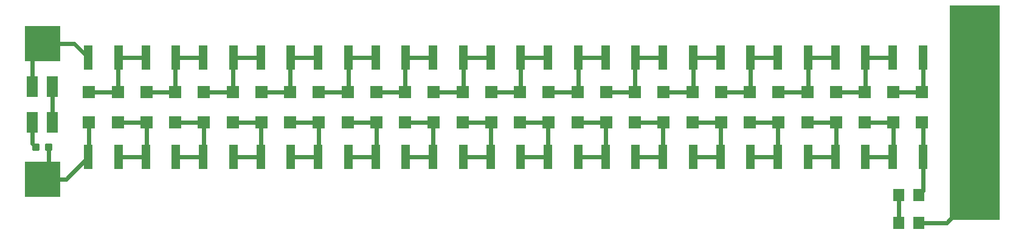
<source format=gbr>
G04 EAGLE Gerber RS-274X export*
G75*
%MOMM*%
%FSLAX34Y34*%
%LPD*%
%INTop Copper*%
%IPPOS*%
%AMOC8*
5,1,8,0,0,1.08239X$1,22.5*%
G01*
%ADD10R,1.200000X3.400000*%
%ADD11R,1.800000X1.800000*%
%ADD12C,0.300000*%
%ADD13R,1.600000X1.800000*%
%ADD14R,1.600000X3.000000*%
%ADD15R,5.000000X5.000000*%
%ADD16R,7.000000X30.000000*%
%ADD17C,0.609600*%


D10*
X104000Y275000D03*
X146000Y275000D03*
X424000Y136000D03*
X466000Y136000D03*
X504000Y275000D03*
X546000Y275000D03*
X504000Y136000D03*
X546000Y136000D03*
X584000Y275000D03*
X626000Y275000D03*
X584000Y136000D03*
X626000Y136000D03*
X664000Y275000D03*
X706000Y275000D03*
X664000Y136000D03*
X706000Y136000D03*
X744000Y275000D03*
X786000Y275000D03*
X744000Y136000D03*
X786000Y136000D03*
X824000Y275000D03*
X866000Y275000D03*
X104000Y136000D03*
X146000Y136000D03*
X824000Y136000D03*
X866000Y136000D03*
X904000Y275000D03*
X946000Y275000D03*
X904000Y136000D03*
X946000Y136000D03*
X984000Y275000D03*
X1026000Y275000D03*
X984000Y136000D03*
X1026000Y136000D03*
X1064000Y275000D03*
X1106000Y275000D03*
X1064000Y136000D03*
X1106000Y136000D03*
X1144000Y275000D03*
X1186000Y275000D03*
X1144000Y136000D03*
X1186000Y136000D03*
X1224000Y275000D03*
X1266000Y275000D03*
X184000Y275000D03*
X226000Y275000D03*
X1224000Y136000D03*
X1266000Y136000D03*
X184000Y136000D03*
X226000Y136000D03*
X264000Y275000D03*
X306000Y275000D03*
X264000Y136000D03*
X306000Y136000D03*
X344000Y275000D03*
X386000Y275000D03*
X344000Y136000D03*
X386000Y136000D03*
X424000Y275000D03*
X466000Y275000D03*
D11*
X105000Y185000D03*
X105000Y227000D03*
X465000Y227000D03*
X465000Y185000D03*
X505000Y185000D03*
X505000Y227000D03*
X545000Y227000D03*
X545000Y185000D03*
X585000Y185000D03*
X585000Y227000D03*
X625000Y227000D03*
X625000Y185000D03*
X665000Y185000D03*
X665000Y227000D03*
X705000Y227000D03*
X705000Y185000D03*
X745000Y185000D03*
X745000Y227000D03*
X785000Y227000D03*
X785000Y185000D03*
X825000Y185000D03*
X825000Y227000D03*
X145000Y227000D03*
X145000Y185000D03*
X865000Y227000D03*
X865000Y185000D03*
X905000Y185000D03*
X905000Y227000D03*
X945000Y227000D03*
X945000Y185000D03*
X985000Y185000D03*
X985000Y227000D03*
X1025000Y227000D03*
X1025000Y185000D03*
X1065000Y185000D03*
X1065000Y227000D03*
X1105000Y227000D03*
X1105000Y185000D03*
X1145000Y185000D03*
X1145000Y227000D03*
X1185000Y227000D03*
X1185000Y185000D03*
X1225000Y185000D03*
X1225000Y227000D03*
X185000Y185000D03*
X185000Y227000D03*
X1265000Y227000D03*
X1265000Y185000D03*
X225000Y227000D03*
X225000Y185000D03*
X265000Y185000D03*
X265000Y227000D03*
X305000Y227000D03*
X305000Y185000D03*
X345000Y185000D03*
X345000Y227000D03*
X385000Y227000D03*
X385000Y185000D03*
X425000Y185000D03*
X425000Y227000D03*
D12*
X45270Y153500D02*
X45270Y146500D01*
X45270Y153500D02*
X52270Y153500D01*
X52270Y146500D01*
X45270Y146500D01*
X45270Y149350D02*
X52270Y149350D01*
X52270Y152200D02*
X45270Y152200D01*
X27730Y153500D02*
X27730Y146500D01*
X27730Y153500D02*
X34730Y153500D01*
X34730Y146500D01*
X27730Y146500D01*
X27730Y149350D02*
X34730Y149350D01*
X34730Y152200D02*
X27730Y152200D01*
D13*
X1260000Y83000D03*
X1232000Y83000D03*
X1232000Y44000D03*
X1260000Y44000D03*
D14*
X26000Y235000D03*
X54000Y235000D03*
X54000Y185000D03*
X26000Y185000D03*
D15*
X40000Y295000D03*
X40000Y105000D03*
D16*
X1337900Y197900D03*
D17*
X184000Y275000D02*
X146000Y275000D01*
X145000Y227000D02*
X105000Y227000D01*
X145000Y227000D02*
X145000Y274000D01*
X146000Y275000D01*
X105000Y137000D02*
X104000Y136000D01*
X105000Y137000D02*
X105000Y185000D01*
X48770Y150000D02*
X48770Y121770D01*
X40000Y113000D01*
X40000Y105000D01*
X73000Y105000D02*
X104000Y136000D01*
X73000Y105000D02*
X40000Y105000D01*
X40000Y295000D02*
X84000Y295000D01*
X104000Y275000D01*
X26000Y271000D02*
X26000Y235000D01*
X40000Y285000D02*
X40000Y295000D01*
X40000Y285000D02*
X26000Y271000D01*
X1232000Y83000D02*
X1232000Y44000D01*
X1260000Y44000D02*
X1299000Y44000D01*
X1338000Y83000D02*
X1340000Y83000D01*
X1328500Y73500D02*
X1299000Y44000D01*
X1337900Y82900D02*
X1338000Y83000D01*
X1337900Y197900D02*
X1337900Y314100D01*
X1337900Y197900D02*
X1337900Y82900D01*
X1328500Y73500D01*
X54000Y185000D02*
X54000Y235000D01*
X26000Y185000D02*
X26000Y155230D01*
X31230Y150000D01*
X145000Y185000D02*
X185000Y185000D01*
X185000Y137000D01*
X184000Y136000D01*
X146000Y136000D01*
X306000Y275000D02*
X344000Y275000D01*
X305000Y227000D02*
X265000Y227000D01*
X305000Y227000D02*
X305000Y274000D01*
X306000Y275000D01*
X265000Y185000D02*
X225000Y185000D01*
X265000Y185000D02*
X265000Y137000D01*
X264000Y136000D01*
X226000Y136000D01*
X306000Y136000D02*
X344000Y136000D01*
X344000Y184000D01*
X345000Y185000D01*
X305000Y185000D01*
X227000Y275000D02*
X226000Y275000D01*
X227000Y275000D02*
X264000Y275000D01*
X225000Y227000D02*
X185000Y227000D01*
X225000Y227000D02*
X225000Y273000D01*
X227000Y275000D01*
X466000Y275000D02*
X504000Y275000D01*
X466000Y275000D02*
X466000Y228000D01*
X465000Y227000D02*
X425000Y227000D01*
X465000Y227000D02*
X466000Y228000D01*
X425000Y185000D02*
X385000Y185000D01*
X425000Y185000D02*
X425000Y136000D01*
X425000Y130000D01*
X424000Y131000D01*
X424000Y136000D01*
X425000Y136000D02*
X386000Y136000D01*
X505000Y137000D02*
X505000Y185000D01*
X505000Y137000D02*
X504000Y136000D01*
X466000Y136000D01*
X465000Y185000D02*
X505000Y185000D01*
X424000Y275000D02*
X386000Y275000D01*
X385000Y274000D01*
X385000Y227000D01*
X345000Y227000D01*
X585000Y227000D02*
X625000Y227000D01*
X626000Y228000D02*
X626000Y275000D01*
X626000Y228000D02*
X625000Y227000D01*
X626000Y275000D02*
X664000Y275000D01*
X584000Y136000D02*
X546000Y136000D01*
X584000Y136000D02*
X584000Y184000D01*
X585000Y185000D01*
X545000Y185000D01*
X664000Y184000D02*
X664000Y136000D01*
X664000Y184000D02*
X665000Y185000D01*
X625000Y185000D01*
X626000Y136000D02*
X664000Y136000D01*
X545000Y227000D02*
X505000Y227000D01*
X546000Y275000D02*
X584000Y275000D01*
X545000Y274000D02*
X545000Y227000D01*
X545000Y274000D02*
X546000Y275000D01*
X786000Y275000D02*
X824000Y275000D01*
X786000Y228000D02*
X785000Y227000D01*
X786000Y228000D02*
X786000Y275000D01*
X785000Y227000D02*
X745000Y227000D01*
X744000Y136000D02*
X706000Y136000D01*
X744000Y136000D02*
X744000Y184000D01*
X745000Y185000D01*
X705000Y185000D01*
X824000Y184000D02*
X824000Y136000D01*
X824000Y184000D02*
X825000Y185000D01*
X785000Y185000D01*
X786000Y136000D02*
X824000Y136000D01*
X705000Y227000D02*
X665000Y227000D01*
X705000Y227000D02*
X706000Y228000D01*
X706000Y275000D01*
X744000Y275000D01*
X946000Y275000D02*
X946000Y228000D01*
X945000Y227000D01*
X905000Y227000D01*
X946000Y275000D02*
X984000Y275000D01*
X904000Y136000D02*
X866000Y136000D01*
X904000Y136000D02*
X904000Y184000D01*
X905000Y185000D01*
X865000Y185000D01*
X984000Y184000D02*
X984000Y136000D01*
X984000Y184000D02*
X985000Y185000D01*
X983000Y185000D02*
X945000Y185000D01*
X983000Y185000D02*
X984000Y184000D01*
X984000Y136000D02*
X946000Y136000D01*
X865000Y227000D02*
X825000Y227000D01*
X865000Y227000D02*
X865000Y274000D01*
X866000Y275000D01*
X904000Y275000D01*
X1106000Y275000D02*
X1106000Y228000D01*
X1105000Y227000D01*
X1065000Y227000D01*
X1106000Y275000D02*
X1144000Y275000D01*
X1064000Y184000D02*
X1064000Y136000D01*
X1064000Y184000D02*
X1065000Y185000D01*
X1025000Y185000D01*
X1026000Y136000D02*
X1064000Y136000D01*
X1105000Y185000D02*
X1145000Y185000D01*
X1145000Y137000D01*
X1144000Y136000D01*
X1106000Y136000D01*
X1025000Y227000D02*
X985000Y227000D01*
X1025000Y227000D02*
X1029000Y227000D01*
X1030000Y226000D01*
X1026000Y226000D01*
X1025000Y227000D01*
X1026000Y230000D02*
X1026000Y275000D01*
X1026000Y230000D02*
X1029000Y227000D01*
X1026000Y275000D02*
X1064000Y275000D01*
X1145000Y227000D02*
X1185000Y227000D01*
X1186000Y228000D01*
X1186000Y275000D01*
X1224000Y275000D01*
X1225000Y185000D02*
X1225000Y183000D01*
X1225000Y137000D01*
X1224000Y136000D01*
X1186000Y136000D01*
X1185000Y185000D02*
X1223000Y185000D01*
X1225000Y183000D01*
X1225000Y227000D02*
X1265000Y227000D01*
X1266000Y228000D01*
X1266000Y275000D01*
X1266000Y184000D02*
X1266000Y136000D01*
X1266000Y184000D02*
X1265000Y185000D01*
X1266000Y136000D02*
X1266000Y89000D01*
X1260000Y83000D01*
M02*

</source>
